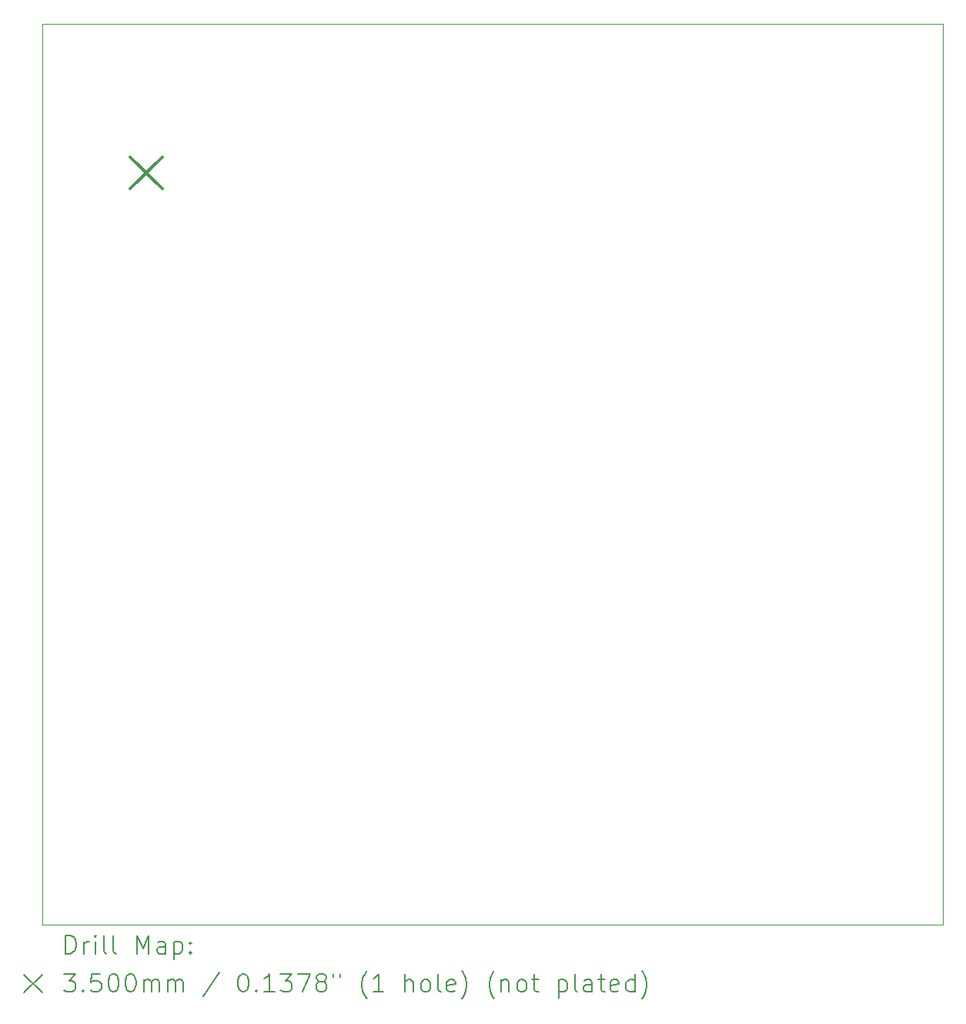
<source format=gbr>
%TF.GenerationSoftware,KiCad,Pcbnew,7.0.10*%
%TF.CreationDate,2024-02-15T20:22:21+01:00*%
%TF.ProjectId,at90s1200,61743930-7331-4323-9030-2e6b69636164,V1.0*%
%TF.SameCoordinates,Original*%
%TF.FileFunction,Drillmap*%
%TF.FilePolarity,Positive*%
%FSLAX45Y45*%
G04 Gerber Fmt 4.5, Leading zero omitted, Abs format (unit mm)*
G04 Created by KiCad (PCBNEW 7.0.10) date 2024-02-15 20:22:21*
%MOMM*%
%LPD*%
G01*
G04 APERTURE LIST*
%ADD10C,0.050000*%
%ADD11C,0.200000*%
%ADD12C,0.350000*%
G04 APERTURE END LIST*
D10*
X9652000Y-15875000D02*
X9652000Y-5969000D01*
X19558000Y-5969000D02*
X19558000Y-15875000D01*
X9652000Y-5969000D02*
X19558000Y-5969000D01*
X19558000Y-15875000D02*
X9652000Y-15875000D01*
D11*
D12*
X10620000Y-7430000D02*
X10970000Y-7780000D01*
X10970000Y-7430000D02*
X10620000Y-7780000D01*
D11*
X9910277Y-16188984D02*
X9910277Y-15988984D01*
X9910277Y-15988984D02*
X9957896Y-15988984D01*
X9957896Y-15988984D02*
X9986467Y-15998508D01*
X9986467Y-15998508D02*
X10005515Y-16017555D01*
X10005515Y-16017555D02*
X10015039Y-16036603D01*
X10015039Y-16036603D02*
X10024563Y-16074698D01*
X10024563Y-16074698D02*
X10024563Y-16103269D01*
X10024563Y-16103269D02*
X10015039Y-16141365D01*
X10015039Y-16141365D02*
X10005515Y-16160412D01*
X10005515Y-16160412D02*
X9986467Y-16179460D01*
X9986467Y-16179460D02*
X9957896Y-16188984D01*
X9957896Y-16188984D02*
X9910277Y-16188984D01*
X10110277Y-16188984D02*
X10110277Y-16055650D01*
X10110277Y-16093746D02*
X10119801Y-16074698D01*
X10119801Y-16074698D02*
X10129324Y-16065174D01*
X10129324Y-16065174D02*
X10148372Y-16055650D01*
X10148372Y-16055650D02*
X10167420Y-16055650D01*
X10234086Y-16188984D02*
X10234086Y-16055650D01*
X10234086Y-15988984D02*
X10224563Y-15998508D01*
X10224563Y-15998508D02*
X10234086Y-16008031D01*
X10234086Y-16008031D02*
X10243610Y-15998508D01*
X10243610Y-15998508D02*
X10234086Y-15988984D01*
X10234086Y-15988984D02*
X10234086Y-16008031D01*
X10357896Y-16188984D02*
X10338848Y-16179460D01*
X10338848Y-16179460D02*
X10329324Y-16160412D01*
X10329324Y-16160412D02*
X10329324Y-15988984D01*
X10462658Y-16188984D02*
X10443610Y-16179460D01*
X10443610Y-16179460D02*
X10434086Y-16160412D01*
X10434086Y-16160412D02*
X10434086Y-15988984D01*
X10691229Y-16188984D02*
X10691229Y-15988984D01*
X10691229Y-15988984D02*
X10757896Y-16131841D01*
X10757896Y-16131841D02*
X10824563Y-15988984D01*
X10824563Y-15988984D02*
X10824563Y-16188984D01*
X11005515Y-16188984D02*
X11005515Y-16084222D01*
X11005515Y-16084222D02*
X10995991Y-16065174D01*
X10995991Y-16065174D02*
X10976944Y-16055650D01*
X10976944Y-16055650D02*
X10938848Y-16055650D01*
X10938848Y-16055650D02*
X10919801Y-16065174D01*
X11005515Y-16179460D02*
X10986467Y-16188984D01*
X10986467Y-16188984D02*
X10938848Y-16188984D01*
X10938848Y-16188984D02*
X10919801Y-16179460D01*
X10919801Y-16179460D02*
X10910277Y-16160412D01*
X10910277Y-16160412D02*
X10910277Y-16141365D01*
X10910277Y-16141365D02*
X10919801Y-16122317D01*
X10919801Y-16122317D02*
X10938848Y-16112793D01*
X10938848Y-16112793D02*
X10986467Y-16112793D01*
X10986467Y-16112793D02*
X11005515Y-16103269D01*
X11100753Y-16055650D02*
X11100753Y-16255650D01*
X11100753Y-16065174D02*
X11119801Y-16055650D01*
X11119801Y-16055650D02*
X11157896Y-16055650D01*
X11157896Y-16055650D02*
X11176944Y-16065174D01*
X11176944Y-16065174D02*
X11186467Y-16074698D01*
X11186467Y-16074698D02*
X11195991Y-16093746D01*
X11195991Y-16093746D02*
X11195991Y-16150888D01*
X11195991Y-16150888D02*
X11186467Y-16169936D01*
X11186467Y-16169936D02*
X11176944Y-16179460D01*
X11176944Y-16179460D02*
X11157896Y-16188984D01*
X11157896Y-16188984D02*
X11119801Y-16188984D01*
X11119801Y-16188984D02*
X11100753Y-16179460D01*
X11281705Y-16169936D02*
X11291229Y-16179460D01*
X11291229Y-16179460D02*
X11281705Y-16188984D01*
X11281705Y-16188984D02*
X11272182Y-16179460D01*
X11272182Y-16179460D02*
X11281705Y-16169936D01*
X11281705Y-16169936D02*
X11281705Y-16188984D01*
X11281705Y-16065174D02*
X11291229Y-16074698D01*
X11291229Y-16074698D02*
X11281705Y-16084222D01*
X11281705Y-16084222D02*
X11272182Y-16074698D01*
X11272182Y-16074698D02*
X11281705Y-16065174D01*
X11281705Y-16065174D02*
X11281705Y-16084222D01*
X9449500Y-16417500D02*
X9649500Y-16617500D01*
X9649500Y-16417500D02*
X9449500Y-16617500D01*
X9891229Y-16408984D02*
X10015039Y-16408984D01*
X10015039Y-16408984D02*
X9948372Y-16485174D01*
X9948372Y-16485174D02*
X9976944Y-16485174D01*
X9976944Y-16485174D02*
X9995991Y-16494698D01*
X9995991Y-16494698D02*
X10005515Y-16504222D01*
X10005515Y-16504222D02*
X10015039Y-16523269D01*
X10015039Y-16523269D02*
X10015039Y-16570888D01*
X10015039Y-16570888D02*
X10005515Y-16589936D01*
X10005515Y-16589936D02*
X9995991Y-16599460D01*
X9995991Y-16599460D02*
X9976944Y-16608984D01*
X9976944Y-16608984D02*
X9919801Y-16608984D01*
X9919801Y-16608984D02*
X9900753Y-16599460D01*
X9900753Y-16599460D02*
X9891229Y-16589936D01*
X10100753Y-16589936D02*
X10110277Y-16599460D01*
X10110277Y-16599460D02*
X10100753Y-16608984D01*
X10100753Y-16608984D02*
X10091229Y-16599460D01*
X10091229Y-16599460D02*
X10100753Y-16589936D01*
X10100753Y-16589936D02*
X10100753Y-16608984D01*
X10291229Y-16408984D02*
X10195991Y-16408984D01*
X10195991Y-16408984D02*
X10186467Y-16504222D01*
X10186467Y-16504222D02*
X10195991Y-16494698D01*
X10195991Y-16494698D02*
X10215039Y-16485174D01*
X10215039Y-16485174D02*
X10262658Y-16485174D01*
X10262658Y-16485174D02*
X10281705Y-16494698D01*
X10281705Y-16494698D02*
X10291229Y-16504222D01*
X10291229Y-16504222D02*
X10300753Y-16523269D01*
X10300753Y-16523269D02*
X10300753Y-16570888D01*
X10300753Y-16570888D02*
X10291229Y-16589936D01*
X10291229Y-16589936D02*
X10281705Y-16599460D01*
X10281705Y-16599460D02*
X10262658Y-16608984D01*
X10262658Y-16608984D02*
X10215039Y-16608984D01*
X10215039Y-16608984D02*
X10195991Y-16599460D01*
X10195991Y-16599460D02*
X10186467Y-16589936D01*
X10424563Y-16408984D02*
X10443610Y-16408984D01*
X10443610Y-16408984D02*
X10462658Y-16418508D01*
X10462658Y-16418508D02*
X10472182Y-16428031D01*
X10472182Y-16428031D02*
X10481705Y-16447079D01*
X10481705Y-16447079D02*
X10491229Y-16485174D01*
X10491229Y-16485174D02*
X10491229Y-16532793D01*
X10491229Y-16532793D02*
X10481705Y-16570888D01*
X10481705Y-16570888D02*
X10472182Y-16589936D01*
X10472182Y-16589936D02*
X10462658Y-16599460D01*
X10462658Y-16599460D02*
X10443610Y-16608984D01*
X10443610Y-16608984D02*
X10424563Y-16608984D01*
X10424563Y-16608984D02*
X10405515Y-16599460D01*
X10405515Y-16599460D02*
X10395991Y-16589936D01*
X10395991Y-16589936D02*
X10386467Y-16570888D01*
X10386467Y-16570888D02*
X10376944Y-16532793D01*
X10376944Y-16532793D02*
X10376944Y-16485174D01*
X10376944Y-16485174D02*
X10386467Y-16447079D01*
X10386467Y-16447079D02*
X10395991Y-16428031D01*
X10395991Y-16428031D02*
X10405515Y-16418508D01*
X10405515Y-16418508D02*
X10424563Y-16408984D01*
X10615039Y-16408984D02*
X10634086Y-16408984D01*
X10634086Y-16408984D02*
X10653134Y-16418508D01*
X10653134Y-16418508D02*
X10662658Y-16428031D01*
X10662658Y-16428031D02*
X10672182Y-16447079D01*
X10672182Y-16447079D02*
X10681705Y-16485174D01*
X10681705Y-16485174D02*
X10681705Y-16532793D01*
X10681705Y-16532793D02*
X10672182Y-16570888D01*
X10672182Y-16570888D02*
X10662658Y-16589936D01*
X10662658Y-16589936D02*
X10653134Y-16599460D01*
X10653134Y-16599460D02*
X10634086Y-16608984D01*
X10634086Y-16608984D02*
X10615039Y-16608984D01*
X10615039Y-16608984D02*
X10595991Y-16599460D01*
X10595991Y-16599460D02*
X10586467Y-16589936D01*
X10586467Y-16589936D02*
X10576944Y-16570888D01*
X10576944Y-16570888D02*
X10567420Y-16532793D01*
X10567420Y-16532793D02*
X10567420Y-16485174D01*
X10567420Y-16485174D02*
X10576944Y-16447079D01*
X10576944Y-16447079D02*
X10586467Y-16428031D01*
X10586467Y-16428031D02*
X10595991Y-16418508D01*
X10595991Y-16418508D02*
X10615039Y-16408984D01*
X10767420Y-16608984D02*
X10767420Y-16475650D01*
X10767420Y-16494698D02*
X10776944Y-16485174D01*
X10776944Y-16485174D02*
X10795991Y-16475650D01*
X10795991Y-16475650D02*
X10824563Y-16475650D01*
X10824563Y-16475650D02*
X10843610Y-16485174D01*
X10843610Y-16485174D02*
X10853134Y-16504222D01*
X10853134Y-16504222D02*
X10853134Y-16608984D01*
X10853134Y-16504222D02*
X10862658Y-16485174D01*
X10862658Y-16485174D02*
X10881705Y-16475650D01*
X10881705Y-16475650D02*
X10910277Y-16475650D01*
X10910277Y-16475650D02*
X10929325Y-16485174D01*
X10929325Y-16485174D02*
X10938848Y-16504222D01*
X10938848Y-16504222D02*
X10938848Y-16608984D01*
X11034086Y-16608984D02*
X11034086Y-16475650D01*
X11034086Y-16494698D02*
X11043610Y-16485174D01*
X11043610Y-16485174D02*
X11062658Y-16475650D01*
X11062658Y-16475650D02*
X11091229Y-16475650D01*
X11091229Y-16475650D02*
X11110277Y-16485174D01*
X11110277Y-16485174D02*
X11119801Y-16504222D01*
X11119801Y-16504222D02*
X11119801Y-16608984D01*
X11119801Y-16504222D02*
X11129325Y-16485174D01*
X11129325Y-16485174D02*
X11148372Y-16475650D01*
X11148372Y-16475650D02*
X11176944Y-16475650D01*
X11176944Y-16475650D02*
X11195991Y-16485174D01*
X11195991Y-16485174D02*
X11205515Y-16504222D01*
X11205515Y-16504222D02*
X11205515Y-16608984D01*
X11595991Y-16399460D02*
X11424563Y-16656603D01*
X11853134Y-16408984D02*
X11872182Y-16408984D01*
X11872182Y-16408984D02*
X11891229Y-16418508D01*
X11891229Y-16418508D02*
X11900753Y-16428031D01*
X11900753Y-16428031D02*
X11910277Y-16447079D01*
X11910277Y-16447079D02*
X11919801Y-16485174D01*
X11919801Y-16485174D02*
X11919801Y-16532793D01*
X11919801Y-16532793D02*
X11910277Y-16570888D01*
X11910277Y-16570888D02*
X11900753Y-16589936D01*
X11900753Y-16589936D02*
X11891229Y-16599460D01*
X11891229Y-16599460D02*
X11872182Y-16608984D01*
X11872182Y-16608984D02*
X11853134Y-16608984D01*
X11853134Y-16608984D02*
X11834086Y-16599460D01*
X11834086Y-16599460D02*
X11824563Y-16589936D01*
X11824563Y-16589936D02*
X11815039Y-16570888D01*
X11815039Y-16570888D02*
X11805515Y-16532793D01*
X11805515Y-16532793D02*
X11805515Y-16485174D01*
X11805515Y-16485174D02*
X11815039Y-16447079D01*
X11815039Y-16447079D02*
X11824563Y-16428031D01*
X11824563Y-16428031D02*
X11834086Y-16418508D01*
X11834086Y-16418508D02*
X11853134Y-16408984D01*
X12005515Y-16589936D02*
X12015039Y-16599460D01*
X12015039Y-16599460D02*
X12005515Y-16608984D01*
X12005515Y-16608984D02*
X11995991Y-16599460D01*
X11995991Y-16599460D02*
X12005515Y-16589936D01*
X12005515Y-16589936D02*
X12005515Y-16608984D01*
X12205515Y-16608984D02*
X12091229Y-16608984D01*
X12148372Y-16608984D02*
X12148372Y-16408984D01*
X12148372Y-16408984D02*
X12129325Y-16437555D01*
X12129325Y-16437555D02*
X12110277Y-16456603D01*
X12110277Y-16456603D02*
X12091229Y-16466127D01*
X12272182Y-16408984D02*
X12395991Y-16408984D01*
X12395991Y-16408984D02*
X12329325Y-16485174D01*
X12329325Y-16485174D02*
X12357896Y-16485174D01*
X12357896Y-16485174D02*
X12376944Y-16494698D01*
X12376944Y-16494698D02*
X12386467Y-16504222D01*
X12386467Y-16504222D02*
X12395991Y-16523269D01*
X12395991Y-16523269D02*
X12395991Y-16570888D01*
X12395991Y-16570888D02*
X12386467Y-16589936D01*
X12386467Y-16589936D02*
X12376944Y-16599460D01*
X12376944Y-16599460D02*
X12357896Y-16608984D01*
X12357896Y-16608984D02*
X12300753Y-16608984D01*
X12300753Y-16608984D02*
X12281706Y-16599460D01*
X12281706Y-16599460D02*
X12272182Y-16589936D01*
X12462658Y-16408984D02*
X12595991Y-16408984D01*
X12595991Y-16408984D02*
X12510277Y-16608984D01*
X12700753Y-16494698D02*
X12681706Y-16485174D01*
X12681706Y-16485174D02*
X12672182Y-16475650D01*
X12672182Y-16475650D02*
X12662658Y-16456603D01*
X12662658Y-16456603D02*
X12662658Y-16447079D01*
X12662658Y-16447079D02*
X12672182Y-16428031D01*
X12672182Y-16428031D02*
X12681706Y-16418508D01*
X12681706Y-16418508D02*
X12700753Y-16408984D01*
X12700753Y-16408984D02*
X12738848Y-16408984D01*
X12738848Y-16408984D02*
X12757896Y-16418508D01*
X12757896Y-16418508D02*
X12767420Y-16428031D01*
X12767420Y-16428031D02*
X12776944Y-16447079D01*
X12776944Y-16447079D02*
X12776944Y-16456603D01*
X12776944Y-16456603D02*
X12767420Y-16475650D01*
X12767420Y-16475650D02*
X12757896Y-16485174D01*
X12757896Y-16485174D02*
X12738848Y-16494698D01*
X12738848Y-16494698D02*
X12700753Y-16494698D01*
X12700753Y-16494698D02*
X12681706Y-16504222D01*
X12681706Y-16504222D02*
X12672182Y-16513746D01*
X12672182Y-16513746D02*
X12662658Y-16532793D01*
X12662658Y-16532793D02*
X12662658Y-16570888D01*
X12662658Y-16570888D02*
X12672182Y-16589936D01*
X12672182Y-16589936D02*
X12681706Y-16599460D01*
X12681706Y-16599460D02*
X12700753Y-16608984D01*
X12700753Y-16608984D02*
X12738848Y-16608984D01*
X12738848Y-16608984D02*
X12757896Y-16599460D01*
X12757896Y-16599460D02*
X12767420Y-16589936D01*
X12767420Y-16589936D02*
X12776944Y-16570888D01*
X12776944Y-16570888D02*
X12776944Y-16532793D01*
X12776944Y-16532793D02*
X12767420Y-16513746D01*
X12767420Y-16513746D02*
X12757896Y-16504222D01*
X12757896Y-16504222D02*
X12738848Y-16494698D01*
X12853134Y-16408984D02*
X12853134Y-16447079D01*
X12929325Y-16408984D02*
X12929325Y-16447079D01*
X13224563Y-16685174D02*
X13215039Y-16675650D01*
X13215039Y-16675650D02*
X13195991Y-16647079D01*
X13195991Y-16647079D02*
X13186468Y-16628031D01*
X13186468Y-16628031D02*
X13176944Y-16599460D01*
X13176944Y-16599460D02*
X13167420Y-16551841D01*
X13167420Y-16551841D02*
X13167420Y-16513746D01*
X13167420Y-16513746D02*
X13176944Y-16466127D01*
X13176944Y-16466127D02*
X13186468Y-16437555D01*
X13186468Y-16437555D02*
X13195991Y-16418508D01*
X13195991Y-16418508D02*
X13215039Y-16389936D01*
X13215039Y-16389936D02*
X13224563Y-16380412D01*
X13405515Y-16608984D02*
X13291229Y-16608984D01*
X13348372Y-16608984D02*
X13348372Y-16408984D01*
X13348372Y-16408984D02*
X13329325Y-16437555D01*
X13329325Y-16437555D02*
X13310277Y-16456603D01*
X13310277Y-16456603D02*
X13291229Y-16466127D01*
X13643610Y-16608984D02*
X13643610Y-16408984D01*
X13729325Y-16608984D02*
X13729325Y-16504222D01*
X13729325Y-16504222D02*
X13719801Y-16485174D01*
X13719801Y-16485174D02*
X13700753Y-16475650D01*
X13700753Y-16475650D02*
X13672182Y-16475650D01*
X13672182Y-16475650D02*
X13653134Y-16485174D01*
X13653134Y-16485174D02*
X13643610Y-16494698D01*
X13853134Y-16608984D02*
X13834087Y-16599460D01*
X13834087Y-16599460D02*
X13824563Y-16589936D01*
X13824563Y-16589936D02*
X13815039Y-16570888D01*
X13815039Y-16570888D02*
X13815039Y-16513746D01*
X13815039Y-16513746D02*
X13824563Y-16494698D01*
X13824563Y-16494698D02*
X13834087Y-16485174D01*
X13834087Y-16485174D02*
X13853134Y-16475650D01*
X13853134Y-16475650D02*
X13881706Y-16475650D01*
X13881706Y-16475650D02*
X13900753Y-16485174D01*
X13900753Y-16485174D02*
X13910277Y-16494698D01*
X13910277Y-16494698D02*
X13919801Y-16513746D01*
X13919801Y-16513746D02*
X13919801Y-16570888D01*
X13919801Y-16570888D02*
X13910277Y-16589936D01*
X13910277Y-16589936D02*
X13900753Y-16599460D01*
X13900753Y-16599460D02*
X13881706Y-16608984D01*
X13881706Y-16608984D02*
X13853134Y-16608984D01*
X14034087Y-16608984D02*
X14015039Y-16599460D01*
X14015039Y-16599460D02*
X14005515Y-16580412D01*
X14005515Y-16580412D02*
X14005515Y-16408984D01*
X14186468Y-16599460D02*
X14167420Y-16608984D01*
X14167420Y-16608984D02*
X14129325Y-16608984D01*
X14129325Y-16608984D02*
X14110277Y-16599460D01*
X14110277Y-16599460D02*
X14100753Y-16580412D01*
X14100753Y-16580412D02*
X14100753Y-16504222D01*
X14100753Y-16504222D02*
X14110277Y-16485174D01*
X14110277Y-16485174D02*
X14129325Y-16475650D01*
X14129325Y-16475650D02*
X14167420Y-16475650D01*
X14167420Y-16475650D02*
X14186468Y-16485174D01*
X14186468Y-16485174D02*
X14195991Y-16504222D01*
X14195991Y-16504222D02*
X14195991Y-16523269D01*
X14195991Y-16523269D02*
X14100753Y-16542317D01*
X14262658Y-16685174D02*
X14272182Y-16675650D01*
X14272182Y-16675650D02*
X14291230Y-16647079D01*
X14291230Y-16647079D02*
X14300753Y-16628031D01*
X14300753Y-16628031D02*
X14310277Y-16599460D01*
X14310277Y-16599460D02*
X14319801Y-16551841D01*
X14319801Y-16551841D02*
X14319801Y-16513746D01*
X14319801Y-16513746D02*
X14310277Y-16466127D01*
X14310277Y-16466127D02*
X14300753Y-16437555D01*
X14300753Y-16437555D02*
X14291230Y-16418508D01*
X14291230Y-16418508D02*
X14272182Y-16389936D01*
X14272182Y-16389936D02*
X14262658Y-16380412D01*
X14624563Y-16685174D02*
X14615039Y-16675650D01*
X14615039Y-16675650D02*
X14595991Y-16647079D01*
X14595991Y-16647079D02*
X14586468Y-16628031D01*
X14586468Y-16628031D02*
X14576944Y-16599460D01*
X14576944Y-16599460D02*
X14567420Y-16551841D01*
X14567420Y-16551841D02*
X14567420Y-16513746D01*
X14567420Y-16513746D02*
X14576944Y-16466127D01*
X14576944Y-16466127D02*
X14586468Y-16437555D01*
X14586468Y-16437555D02*
X14595991Y-16418508D01*
X14595991Y-16418508D02*
X14615039Y-16389936D01*
X14615039Y-16389936D02*
X14624563Y-16380412D01*
X14700753Y-16475650D02*
X14700753Y-16608984D01*
X14700753Y-16494698D02*
X14710277Y-16485174D01*
X14710277Y-16485174D02*
X14729325Y-16475650D01*
X14729325Y-16475650D02*
X14757896Y-16475650D01*
X14757896Y-16475650D02*
X14776944Y-16485174D01*
X14776944Y-16485174D02*
X14786468Y-16504222D01*
X14786468Y-16504222D02*
X14786468Y-16608984D01*
X14910277Y-16608984D02*
X14891230Y-16599460D01*
X14891230Y-16599460D02*
X14881706Y-16589936D01*
X14881706Y-16589936D02*
X14872182Y-16570888D01*
X14872182Y-16570888D02*
X14872182Y-16513746D01*
X14872182Y-16513746D02*
X14881706Y-16494698D01*
X14881706Y-16494698D02*
X14891230Y-16485174D01*
X14891230Y-16485174D02*
X14910277Y-16475650D01*
X14910277Y-16475650D02*
X14938849Y-16475650D01*
X14938849Y-16475650D02*
X14957896Y-16485174D01*
X14957896Y-16485174D02*
X14967420Y-16494698D01*
X14967420Y-16494698D02*
X14976944Y-16513746D01*
X14976944Y-16513746D02*
X14976944Y-16570888D01*
X14976944Y-16570888D02*
X14967420Y-16589936D01*
X14967420Y-16589936D02*
X14957896Y-16599460D01*
X14957896Y-16599460D02*
X14938849Y-16608984D01*
X14938849Y-16608984D02*
X14910277Y-16608984D01*
X15034087Y-16475650D02*
X15110277Y-16475650D01*
X15062658Y-16408984D02*
X15062658Y-16580412D01*
X15062658Y-16580412D02*
X15072182Y-16599460D01*
X15072182Y-16599460D02*
X15091230Y-16608984D01*
X15091230Y-16608984D02*
X15110277Y-16608984D01*
X15329325Y-16475650D02*
X15329325Y-16675650D01*
X15329325Y-16485174D02*
X15348372Y-16475650D01*
X15348372Y-16475650D02*
X15386468Y-16475650D01*
X15386468Y-16475650D02*
X15405515Y-16485174D01*
X15405515Y-16485174D02*
X15415039Y-16494698D01*
X15415039Y-16494698D02*
X15424563Y-16513746D01*
X15424563Y-16513746D02*
X15424563Y-16570888D01*
X15424563Y-16570888D02*
X15415039Y-16589936D01*
X15415039Y-16589936D02*
X15405515Y-16599460D01*
X15405515Y-16599460D02*
X15386468Y-16608984D01*
X15386468Y-16608984D02*
X15348372Y-16608984D01*
X15348372Y-16608984D02*
X15329325Y-16599460D01*
X15538849Y-16608984D02*
X15519801Y-16599460D01*
X15519801Y-16599460D02*
X15510277Y-16580412D01*
X15510277Y-16580412D02*
X15510277Y-16408984D01*
X15700753Y-16608984D02*
X15700753Y-16504222D01*
X15700753Y-16504222D02*
X15691230Y-16485174D01*
X15691230Y-16485174D02*
X15672182Y-16475650D01*
X15672182Y-16475650D02*
X15634087Y-16475650D01*
X15634087Y-16475650D02*
X15615039Y-16485174D01*
X15700753Y-16599460D02*
X15681706Y-16608984D01*
X15681706Y-16608984D02*
X15634087Y-16608984D01*
X15634087Y-16608984D02*
X15615039Y-16599460D01*
X15615039Y-16599460D02*
X15605515Y-16580412D01*
X15605515Y-16580412D02*
X15605515Y-16561365D01*
X15605515Y-16561365D02*
X15615039Y-16542317D01*
X15615039Y-16542317D02*
X15634087Y-16532793D01*
X15634087Y-16532793D02*
X15681706Y-16532793D01*
X15681706Y-16532793D02*
X15700753Y-16523269D01*
X15767420Y-16475650D02*
X15843611Y-16475650D01*
X15795992Y-16408984D02*
X15795992Y-16580412D01*
X15795992Y-16580412D02*
X15805515Y-16599460D01*
X15805515Y-16599460D02*
X15824563Y-16608984D01*
X15824563Y-16608984D02*
X15843611Y-16608984D01*
X15986468Y-16599460D02*
X15967420Y-16608984D01*
X15967420Y-16608984D02*
X15929325Y-16608984D01*
X15929325Y-16608984D02*
X15910277Y-16599460D01*
X15910277Y-16599460D02*
X15900753Y-16580412D01*
X15900753Y-16580412D02*
X15900753Y-16504222D01*
X15900753Y-16504222D02*
X15910277Y-16485174D01*
X15910277Y-16485174D02*
X15929325Y-16475650D01*
X15929325Y-16475650D02*
X15967420Y-16475650D01*
X15967420Y-16475650D02*
X15986468Y-16485174D01*
X15986468Y-16485174D02*
X15995992Y-16504222D01*
X15995992Y-16504222D02*
X15995992Y-16523269D01*
X15995992Y-16523269D02*
X15900753Y-16542317D01*
X16167420Y-16608984D02*
X16167420Y-16408984D01*
X16167420Y-16599460D02*
X16148373Y-16608984D01*
X16148373Y-16608984D02*
X16110277Y-16608984D01*
X16110277Y-16608984D02*
X16091230Y-16599460D01*
X16091230Y-16599460D02*
X16081706Y-16589936D01*
X16081706Y-16589936D02*
X16072182Y-16570888D01*
X16072182Y-16570888D02*
X16072182Y-16513746D01*
X16072182Y-16513746D02*
X16081706Y-16494698D01*
X16081706Y-16494698D02*
X16091230Y-16485174D01*
X16091230Y-16485174D02*
X16110277Y-16475650D01*
X16110277Y-16475650D02*
X16148373Y-16475650D01*
X16148373Y-16475650D02*
X16167420Y-16485174D01*
X16243611Y-16685174D02*
X16253134Y-16675650D01*
X16253134Y-16675650D02*
X16272182Y-16647079D01*
X16272182Y-16647079D02*
X16281706Y-16628031D01*
X16281706Y-16628031D02*
X16291230Y-16599460D01*
X16291230Y-16599460D02*
X16300753Y-16551841D01*
X16300753Y-16551841D02*
X16300753Y-16513746D01*
X16300753Y-16513746D02*
X16291230Y-16466127D01*
X16291230Y-16466127D02*
X16281706Y-16437555D01*
X16281706Y-16437555D02*
X16272182Y-16418508D01*
X16272182Y-16418508D02*
X16253134Y-16389936D01*
X16253134Y-16389936D02*
X16243611Y-16380412D01*
M02*

</source>
